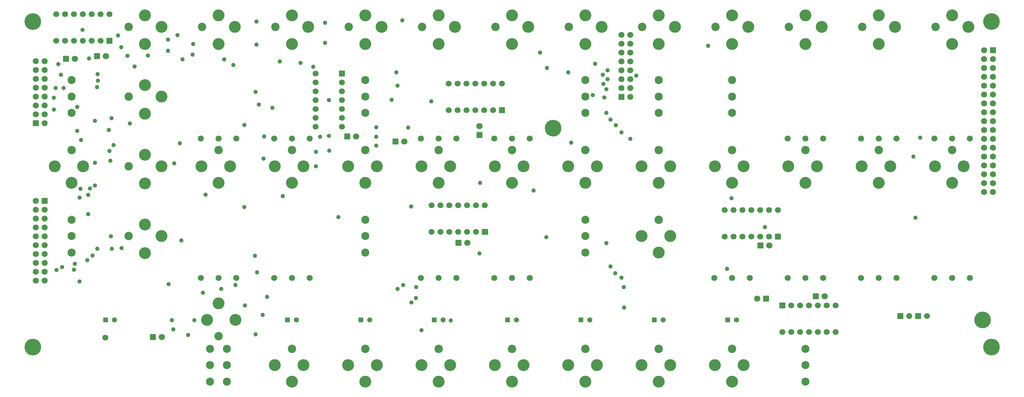
<source format=gbr>
G04 DipTrace 2.4.0.2*
%INTopMask.gbr*%
%MOIN*%
%ADD44C,0.1879*%
%ADD46C,0.0479*%
%ADD48C,0.0669*%
%ADD50C,0.0906*%
%ADD52C,0.0669*%
%ADD54O,0.0673X0.0669*%
%ADD56R,0.0669X0.0669*%
%ADD58R,0.0679X0.0679*%
%ADD60C,0.0679*%
%ADD62C,0.0945*%
%ADD64C,0.1339*%
%ADD66R,0.0579X0.0579*%
%ADD68C,0.0579*%
%ADD70R,0.0709X0.0709*%
%ADD72C,0.0709*%
%FSLAX44Y44*%
G04*
G70*
G90*
G75*
G01*
%LNTopMask*%
%LPD*%
D46*
X32441Y35748D3*
X30630Y42874D3*
Y45472D3*
X20669Y43425D3*
X84173Y25551D3*
X83661Y17559D3*
X45866Y36654D3*
X47717Y33504D3*
X23618Y11780D3*
X21098D3*
X8094Y17453D3*
X10146Y18126D3*
X24606Y14858D3*
X8744Y17768D3*
X22913Y10094D3*
D3*
X10047Y17472D3*
X21252Y10736D3*
X10780Y26594D3*
X11846Y26630D3*
X12161Y19075D3*
X22177Y20760D3*
X39866Y23398D3*
X15394Y42559D3*
X20673Y42177D3*
X23429Y41736D3*
X33256Y40961D3*
X52520Y11756D3*
X49244Y10654D3*
X7791Y35535D3*
X7811Y36878D3*
X8000Y37957D3*
X8909Y37969D3*
X12756Y38819D3*
X16890Y40394D3*
X21984Y31744D3*
X31500Y32496D3*
X10681Y25622D3*
Y16134D3*
X20740Y15831D3*
X30693Y17189D3*
X55764Y19291D3*
X30469Y19028D3*
X27008Y41220D3*
X22295D3*
X18386Y41654D3*
X12717Y39528D3*
X30535Y10169D3*
X29343Y13437D3*
X15413Y19902D3*
X11654Y23748D3*
Y25913D3*
X31327Y12362D3*
X11579Y18539D3*
X10862Y32091D3*
X14146Y29772D3*
X24906Y25945D3*
X31831Y14417D3*
X72055Y13220D3*
X8583Y39488D3*
X12413Y34287D3*
Y29543D3*
X12429Y26976D3*
X12689Y19850D3*
X14323D3*
X14528Y31535D3*
X21370Y29457D3*
X26654Y15319D3*
X46543D3*
X48094Y13768D3*
X8307Y40669D3*
X14291Y34567D3*
X16346Y33980D3*
X28264Y15736D3*
X47146D3*
X48610Y14272D3*
X70079Y35165D3*
Y20465D3*
X70524Y34402D3*
Y17839D3*
X71126Y33780D3*
X71079Y17071D3*
X71752Y32957D3*
Y16579D3*
X104650Y30256D3*
X81539Y42756D3*
X29276Y33795D3*
Y24528D3*
X14236Y21252D3*
X73441Y39374D3*
X72020Y15500D3*
X48642D3*
X70209Y39957D3*
X63354Y40236D3*
X62606Y41988D3*
X23488Y42925D3*
X72750Y32236D3*
X31417Y29996D3*
X28031Y40583D3*
X69831Y36898D3*
X66098Y31815D3*
X69720Y38449D3*
X63303Y21142D3*
X70201Y38957D3*
X70063Y37839D3*
X68535Y37173D3*
X65748Y39724D3*
X46386D3*
X21732Y43937D3*
X12677Y38071D3*
X10433Y35827D3*
X69669Y39461D3*
X68783Y40713D3*
X37016Y40386D3*
X35602Y40803D3*
X30909Y36110D3*
X30543Y37547D3*
X14000Y33252D3*
X16102Y41614D3*
X15039Y43898D3*
X10433Y33150D3*
X47047Y45591D3*
X46535Y38228D3*
X38346Y45354D3*
Y43071D3*
X37323Y29134D3*
Y30787D3*
X37795Y32480D3*
X44134Y33543D3*
Y32480D3*
Y31457D3*
X61850Y26417D3*
X55827Y27283D3*
X14055Y30866D3*
X105433Y32362D3*
X87913Y22283D3*
X104882Y23346D3*
X38780Y36614D3*
Y32559D3*
X38819Y30906D3*
X33583Y25787D3*
X50315Y36457D3*
X33583Y25787D3*
X11772Y41299D3*
X48071Y24606D3*
D44*
X113457Y45469D3*
X5417D3*
Y8724D3*
X113457D3*
X64057Y33434D3*
X112465Y11811D3*
D46*
X11024Y44528D3*
D72*
X19976Y9878D3*
D70*
X18976D3*
D72*
X13661Y41575D3*
D70*
X12661D3*
D72*
X41850Y32520D3*
D70*
X40850D3*
D72*
X55748Y33661D3*
D70*
Y32661D3*
D72*
X54409Y20512D3*
D70*
X53409D3*
D72*
X88425Y20197D3*
D70*
X87425D3*
D72*
X94646Y14488D3*
D70*
X93646D3*
X9173Y41260D3*
D72*
X10173D3*
D70*
X46299Y31929D3*
D72*
X47299D3*
D70*
X88047Y14213D3*
D72*
X87047D3*
D68*
X35114Y11811D3*
D66*
X34114D3*
D68*
X43382D3*
D66*
X42382D3*
D68*
X51650D3*
D66*
X50650D3*
D68*
X59917D3*
D66*
X58917D3*
D68*
X68185D3*
D66*
X67185D3*
D68*
X76453D3*
D66*
X75453D3*
D68*
X84720D3*
D66*
X83720D3*
D68*
X14642D3*
D66*
X13642D3*
D64*
X18079Y42953D3*
Y46181D3*
X19929Y44882D3*
D62*
X16228D3*
D64*
X26346Y42953D3*
Y46181D3*
X28197Y44882D3*
D62*
X24496D3*
D64*
X34614Y42953D3*
Y46181D3*
X36465Y44882D3*
D62*
X32764D3*
D64*
X42882Y42953D3*
Y46181D3*
X44732Y44882D3*
D62*
X41031D3*
D64*
X51150Y42953D3*
Y46181D3*
X53000Y44882D3*
D62*
X49299D3*
D64*
X59417Y42953D3*
Y46181D3*
X61268Y44882D3*
D62*
X57567D3*
D64*
X67685Y42953D3*
Y46181D3*
X69535Y44882D3*
D62*
X65835D3*
D64*
X75953Y42953D3*
Y46181D3*
X77803Y44882D3*
D62*
X74102D3*
D64*
X84220Y42953D3*
Y46181D3*
X86071Y44882D3*
D62*
X82370D3*
D64*
X92488Y42953D3*
Y46181D3*
X94339Y44882D3*
D62*
X90638D3*
D64*
X100756Y42953D3*
Y46181D3*
X102606Y44882D3*
D62*
X98906D3*
D64*
X109024Y42953D3*
Y46181D3*
X110874Y44882D3*
D62*
X107173D3*
D64*
X18079Y35079D3*
Y38307D3*
X19929Y37008D3*
D62*
X16228D3*
D64*
X7882Y29134D3*
X11110D3*
X9811Y27283D3*
D62*
Y30984D3*
D64*
X18079Y27205D3*
Y30433D3*
X19929Y29134D3*
D62*
X16228D3*
D64*
X24417D3*
X27646D3*
X26346Y27283D3*
D62*
Y30984D3*
D64*
X32685Y29134D3*
X35913D3*
X34614Y27283D3*
D62*
Y30984D3*
D64*
X40953Y29134D3*
X44181D3*
X42882Y27283D3*
D62*
Y30984D3*
D64*
X49220Y29134D3*
X52449D3*
X51150Y27283D3*
D62*
Y30984D3*
D64*
X57488Y29134D3*
X60717D3*
X59417Y27283D3*
D62*
Y30984D3*
D64*
X65756Y29134D3*
X68984D3*
X67685Y27283D3*
D62*
Y30984D3*
D64*
X74024Y29134D3*
X77252D3*
X75953Y27283D3*
D62*
Y30984D3*
D64*
X82291Y29134D3*
X85520D3*
X84220Y27283D3*
D62*
Y30984D3*
D64*
X90559Y29134D3*
X93787D3*
X92488Y27283D3*
D62*
Y30984D3*
D64*
X98827Y29134D3*
X102055D3*
X100756Y27283D3*
D62*
Y30984D3*
D64*
X107094Y29134D3*
X110323D3*
X109024Y27283D3*
D62*
Y30984D3*
D64*
X18079Y19331D3*
Y22559D3*
X19929Y21260D3*
D62*
X16228D3*
D64*
X74024D3*
X77252D3*
X75953Y19409D3*
D62*
Y23110D3*
D64*
X28276Y11811D3*
X25047D3*
X26346Y13661D3*
D62*
Y9961D3*
D64*
X32685Y6693D3*
X35913D3*
X34614Y4843D3*
D62*
Y8543D3*
D64*
X40953Y6693D3*
X44181D3*
X42882Y4843D3*
D62*
Y8543D3*
D64*
X49220Y6693D3*
X52449D3*
X51150Y4843D3*
D62*
Y8543D3*
D64*
X57488Y6693D3*
X60717D3*
X59417Y4843D3*
D62*
Y8543D3*
D64*
X65756Y6693D3*
X68984D3*
X67685Y4843D3*
D62*
Y8543D3*
D64*
X74024Y6693D3*
X77252D3*
X75953Y4843D3*
D62*
Y8543D3*
D64*
X82291Y6693D3*
X85520D3*
X84220Y4843D3*
D62*
Y8543D3*
D60*
X112643Y42244D3*
D58*
X113643D3*
D60*
X112643Y41244D3*
X113643D3*
X112643Y40244D3*
X113643D3*
X112643Y39244D3*
X113643D3*
X112643Y37244D3*
X113643D3*
X112643Y36244D3*
X113643D3*
Y26244D3*
Y27244D3*
Y28244D3*
Y29244D3*
Y30244D3*
Y31244D3*
Y32244D3*
Y33244D3*
Y34244D3*
Y35244D3*
X112643D3*
Y34244D3*
Y33244D3*
Y32244D3*
Y31244D3*
Y30244D3*
Y29244D3*
Y28244D3*
Y27244D3*
Y26244D3*
X113643Y38244D3*
X112643D3*
X6770Y16244D3*
Y17244D3*
Y18244D3*
Y19244D3*
Y20244D3*
Y21244D3*
Y22244D3*
Y23244D3*
Y24244D3*
D58*
Y25244D3*
D60*
X5770D3*
Y24244D3*
Y23244D3*
Y22244D3*
Y21244D3*
Y20244D3*
Y19244D3*
Y18244D3*
Y17244D3*
Y16244D3*
D56*
X103187Y12244D3*
D54*
X104187D3*
D56*
X105187D3*
D52*
X106187D3*
D60*
X5770Y41016D3*
X6770D3*
Y40016D3*
Y39016D3*
Y38016D3*
Y37016D3*
Y36016D3*
Y35016D3*
Y34016D3*
D58*
X5770D3*
D60*
Y35016D3*
Y36016D3*
Y37016D3*
Y38016D3*
Y39016D3*
Y40016D3*
X107024Y32283D3*
X109024D3*
X111024D3*
X71750Y43957D3*
X72750D3*
Y42957D3*
Y41957D3*
Y40957D3*
Y39957D3*
Y38957D3*
Y37957D3*
Y36957D3*
D58*
X71750D3*
D60*
Y37957D3*
Y38957D3*
Y39957D3*
Y40957D3*
Y41957D3*
Y42957D3*
D52*
X13583Y9803D3*
D50*
X9811Y38858D3*
Y37008D3*
Y35157D3*
X42882Y38858D3*
Y37008D3*
Y35157D3*
X67685Y38858D3*
Y37008D3*
Y35157D3*
X75953Y38858D3*
Y37008D3*
Y35157D3*
X84220Y38858D3*
Y37008D3*
Y35157D3*
X9811Y23110D3*
Y21260D3*
Y19409D3*
X42882Y23110D3*
Y21260D3*
Y19409D3*
X67685Y23110D3*
Y21260D3*
Y19409D3*
X25402Y8543D3*
X27291D3*
X25402Y6693D3*
X27291D3*
X25402Y4843D3*
X27291D3*
X92488Y8543D3*
Y6693D3*
Y4843D3*
G36*
X13720Y42972D2*
X14390D1*
Y43642D1*
X13720D1*
Y42972D1*
G37*
D48*
X13055Y43307D3*
X12055D3*
X11055D3*
X10055D3*
X9055D3*
X8055D3*
Y46299D3*
X9055D3*
X10055D3*
X11055D3*
X12055D3*
X13055D3*
X14055D3*
G36*
X40610Y39272D2*
Y39941D1*
X39941D1*
Y39272D1*
X40610D1*
G37*
D48*
X40276Y38606D3*
Y37606D3*
Y36606D3*
Y35606D3*
Y34606D3*
Y33606D3*
X37283D3*
Y34606D3*
Y35606D3*
Y36606D3*
Y37606D3*
Y38606D3*
Y39606D3*
G36*
X57972Y35138D2*
X58642D1*
Y35807D1*
X57972D1*
Y35138D1*
G37*
D48*
X57307Y35472D3*
X56307D3*
X55307D3*
X54307D3*
X53307D3*
X52307D3*
Y38465D3*
X53307D3*
X54307D3*
X55307D3*
X56307D3*
X57307D3*
X58307D3*
G36*
X56043Y21398D2*
X56713D1*
Y22067D1*
X56043D1*
Y21398D1*
G37*
D48*
X55378Y21732D3*
X54378D3*
X53378D3*
X52378D3*
X51378D3*
X50378D3*
Y24724D3*
X51378D3*
X52378D3*
X53378D3*
X54378D3*
X55378D3*
X56378D3*
G36*
X89075Y20886D2*
X89744D1*
Y21555D1*
X89075D1*
Y20886D1*
G37*
D48*
X88409Y21220D3*
X87409D3*
X86409D3*
X85409D3*
X84409D3*
X83409D3*
Y24213D3*
X84409D3*
X85409D3*
X86409D3*
X87409D3*
X88409D3*
X89409D3*
G36*
X90217Y13760D2*
X89547D1*
Y13091D1*
X90217D1*
Y13760D1*
G37*
D48*
X90882Y13425D3*
X91882D3*
X92882D3*
X93882D3*
X94882D3*
X95882D3*
Y10433D3*
X94882D3*
X93882D3*
X92882D3*
X91882D3*
X90882D3*
X89882D3*
D60*
X24346Y32283D3*
X26346D3*
X28346D3*
X32614D3*
X34614D3*
X36614D3*
X49150D3*
X51150D3*
X53150D3*
X57417D3*
X59417D3*
X61417D3*
X90488D3*
X92488D3*
X94488D3*
X98756D3*
X100756D3*
X102756D3*
X24346Y16535D3*
X26346D3*
X28346D3*
X32614D3*
X34614D3*
X36614D3*
X49150D3*
X51150D3*
X53150D3*
X57417D3*
X59417D3*
X61417D3*
X82220D3*
X84220D3*
X86220D3*
X90488D3*
X92488D3*
X94488D3*
X98756D3*
X100756D3*
X102756D3*
X107024D3*
X109024D3*
X111024D3*
M02*

</source>
